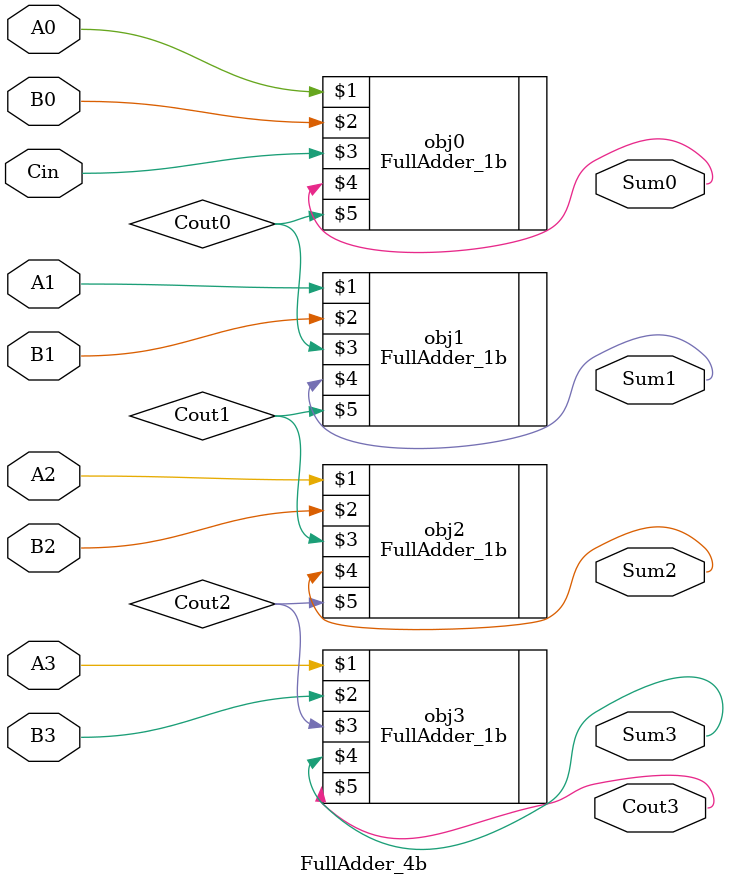
<source format=v>
`include "FullAdder_1b.v"
module FullAdder_4b(A0,
                    A1,
                    A2,
                    A3,
                    B0,
                    B1,
                    B2,
                    B3,
                    Cin,
                    Sum0,
                    Sum1,
                    Sum2,
                    Sum3,
                    Cout3);
    input A0, A1, A2, A3, B0, B1, B2, B3, Cin;     // 1bit inputs
    output Sum0, Sum1, Sum2, Sum3, Cout3;   // 1bit output
    wire Cout0, Cout1, Cout2;
    // FullAdder_1b(A, B,Cin,Sum,Cout);
    FullAdder_1b obj0(A0, B0, Cin, Sum0, Cout0);
    FullAdder_1b obj1(A1, B1, Cout0, Sum1, Cout1);
    FullAdder_1b obj2(A2, B2, Cout1, Sum2, Cout2);
    FullAdder_1b obj3(A3, B3, Cout2, Sum3, Cout3);
    
endmodule

</source>
